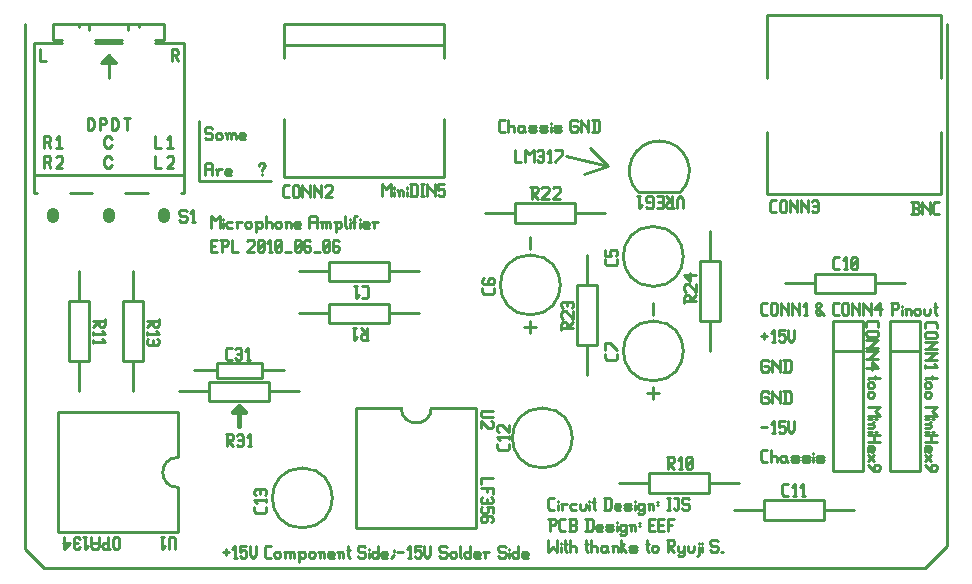
<source format=gbr>
G04 start of page 8 for group -4079 idx -4079 *
G04 Title: (unknown), topsilk *
G04 Creator: pcb 20110918 *
G04 CreationDate: Fri Dec 20 22:34:44 2013 UTC *
G04 For: fosse *
G04 Format: Gerber/RS-274X *
G04 PCB-Dimensions: 316500 193500 *
G04 PCB-Coordinate-Origin: lower left *
%MOIN*%
%FSLAX25Y25*%
%LNTOPSILK*%
%ADD81C,0.0400*%
%ADD80C,0.0160*%
%ADD79C,0.0110*%
%ADD78C,0.0100*%
G54D78*X62000Y135000D02*X86000D01*
X62000Y155000D02*Y135000D01*
G54D79*X10500Y6000D02*X304000D01*
X4000Y187500D02*Y12500D01*
X10500Y6000D01*
G54D80*X75500Y60000D02*X73500Y58000D01*
X75500Y60000D02*X77500Y58000D01*
X75500Y60000D02*Y53500D01*
X73500Y58000D02*X77500D01*
G54D79*X304000Y6000D02*X311500Y13500D01*
Y187500D01*
G54D78*X198500Y140000D02*X184500Y143500D01*
X198500Y140000D02*X192500Y146000D01*
X198500Y140000D02*X190500Y137500D01*
X156050Y36000D02*X160010D01*
X156050D02*Y34020D01*
Y32832D02*X160010D01*
Y30852D01*
X158030Y32832D02*Y31347D01*
X159515Y29664D02*X160010Y29169D01*
Y28179D01*
X159515Y27684D01*
X156545D02*X159515D01*
X156050Y28179D02*X156545Y27684D01*
X156050Y29169D02*Y28179D01*
X156545Y29664D02*X156050Y29169D01*
X158030D02*Y27684D01*
X160010Y26496D02*Y24516D01*
X158030Y26496D02*X160010D01*
X158030D02*X158525Y26001D01*
Y25011D01*
X158030Y24516D01*
X156545D02*X158030D01*
X156050Y25011D02*X156545Y24516D01*
X156050Y26001D02*Y25011D01*
X156545Y26496D02*X156050Y26001D01*
X160010Y21843D02*X159515Y21348D01*
X160010Y22833D02*Y21843D01*
X159515Y23328D02*X160010Y22833D01*
X156545Y23328D02*X159515D01*
X156545D02*X156050Y22833D01*
X158030Y21843D02*X157535Y21348D01*
X158030Y23328D02*Y21843D01*
X156050Y22833D02*Y21843D01*
X156545Y21348D01*
X157535D01*
X70000Y11530D02*X71980D01*
X70990Y12520D02*Y10540D01*
X73663Y9550D02*X74653D01*
X74158Y13510D02*Y9550D01*
X73168Y12520D02*X74158Y13510D01*
X75841D02*X77821D01*
X75841D02*Y11530D01*
X76336Y12025D01*
X77326D01*
X77821Y11530D01*
Y10045D01*
X77326Y9550D02*X77821Y10045D01*
X76336Y9550D02*X77326D01*
X75841Y10045D02*X76336Y9550D01*
X79009Y13510D02*Y10540D01*
X79999Y9550D01*
X80989Y10540D01*
Y13510D02*Y10540D01*
X84454Y9550D02*X85939D01*
X83959Y10045D02*X84454Y9550D01*
X83959Y13015D02*Y10045D01*
Y13015D02*X84454Y13510D01*
X85939D01*
X87127Y11035D02*Y10045D01*
Y11035D02*X87622Y11530D01*
X88612D01*
X89107Y11035D01*
Y10045D01*
X88612Y9550D02*X89107Y10045D01*
X87622Y9550D02*X88612D01*
X87127Y10045D02*X87622Y9550D01*
X90790Y11035D02*Y9550D01*
Y11035D02*X91285Y11530D01*
X91780D01*
X92275Y11035D01*
Y9550D01*
Y11035D02*X92770Y11530D01*
X93265D01*
X93760Y11035D01*
Y9550D01*
X90295Y11530D02*X90790Y11035D01*
X95443D02*Y8065D01*
X94948Y11530D02*X95443Y11035D01*
X95938Y11530D01*
X96928D01*
X97423Y11035D01*
Y10045D01*
X96928Y9550D02*X97423Y10045D01*
X95938Y9550D02*X96928D01*
X95443Y10045D02*X95938Y9550D01*
X98611Y11035D02*Y10045D01*
Y11035D02*X99106Y11530D01*
X100096D01*
X100591Y11035D01*
Y10045D01*
X100096Y9550D02*X100591Y10045D01*
X99106Y9550D02*X100096D01*
X98611Y10045D02*X99106Y9550D01*
X102274Y11035D02*Y9550D01*
Y11035D02*X102769Y11530D01*
X103264D01*
X103759Y11035D01*
Y9550D01*
X101779Y11530D02*X102274Y11035D01*
X105442Y9550D02*X106927D01*
X104947Y10045D02*X105442Y9550D01*
X104947Y11035D02*Y10045D01*
Y11035D02*X105442Y11530D01*
X106432D01*
X106927Y11035D01*
X104947Y10540D02*X106927D01*
Y11035D02*Y10540D01*
X108610Y11035D02*Y9550D01*
Y11035D02*X109105Y11530D01*
X109600D01*
X110095Y11035D01*
Y9550D01*
X108115Y11530D02*X108610Y11035D01*
X111778Y13510D02*Y10045D01*
X112273Y9550D01*
X111283Y12025D02*X112273D01*
X117025Y13510D02*X117520Y13015D01*
X115540Y13510D02*X117025D01*
X115045Y13015D02*X115540Y13510D01*
X115045Y13015D02*Y12025D01*
X115540Y11530D01*
X117025D01*
X117520Y11035D01*
Y10045D01*
X117025Y9550D02*X117520Y10045D01*
X115540Y9550D02*X117025D01*
X115045Y10045D02*X115540Y9550D01*
X118708Y12520D02*Y12025D01*
Y11035D02*Y9550D01*
X121678Y13510D02*Y9550D01*
X121183D02*X121678Y10045D01*
X120193Y9550D02*X121183D01*
X119698Y10045D02*X120193Y9550D01*
X119698Y11035D02*Y10045D01*
Y11035D02*X120193Y11530D01*
X121183D01*
X121678Y11035D01*
X123361Y9550D02*X124846D01*
X122866Y10045D02*X123361Y9550D01*
X122866Y11035D02*Y10045D01*
Y11035D02*X123361Y11530D01*
X124351D01*
X124846Y11035D01*
X122866Y10540D02*X124846D01*
Y11035D02*Y10540D01*
X126034Y9550D02*X127024Y10540D01*
Y12025D02*Y11530D01*
X128212D02*X130192D01*
X131875Y9550D02*X132865D01*
X132370Y13510D02*Y9550D01*
X131380Y12520D02*X132370Y13510D01*
X134053D02*X136033D01*
X134053D02*Y11530D01*
X134548Y12025D01*
X135538D01*
X136033Y11530D01*
Y10045D01*
X135538Y9550D02*X136033Y10045D01*
X134548Y9550D02*X135538D01*
X134053Y10045D02*X134548Y9550D01*
X137221Y13510D02*Y10540D01*
X138211Y9550D01*
X139201Y10540D01*
Y13510D02*Y10540D01*
X144151Y13510D02*X144646Y13015D01*
X142666Y13510D02*X144151D01*
X142171Y13015D02*X142666Y13510D01*
X142171Y13015D02*Y12025D01*
X142666Y11530D01*
X144151D01*
X144646Y11035D01*
Y10045D01*
X144151Y9550D02*X144646Y10045D01*
X142666Y9550D02*X144151D01*
X142171Y10045D02*X142666Y9550D01*
X145834Y11035D02*Y10045D01*
Y11035D02*X146329Y11530D01*
X147319D01*
X147814Y11035D01*
Y10045D01*
X147319Y9550D02*X147814Y10045D01*
X146329Y9550D02*X147319D01*
X145834Y10045D02*X146329Y9550D01*
X149002Y13510D02*Y10045D01*
X149497Y9550D01*
X152467Y13510D02*Y9550D01*
X151972D02*X152467Y10045D01*
X150982Y9550D02*X151972D01*
X150487Y10045D02*X150982Y9550D01*
X150487Y11035D02*Y10045D01*
Y11035D02*X150982Y11530D01*
X151972D01*
X152467Y11035D01*
X154150Y9550D02*X155635D01*
X153655Y10045D02*X154150Y9550D01*
X153655Y11035D02*Y10045D01*
Y11035D02*X154150Y11530D01*
X155140D01*
X155635Y11035D01*
X153655Y10540D02*X155635D01*
Y11035D02*Y10540D01*
X157318Y11035D02*Y9550D01*
Y11035D02*X157813Y11530D01*
X158803D01*
X156823D02*X157318Y11035D01*
X163753Y13510D02*X164248Y13015D01*
X162268Y13510D02*X163753D01*
X161773Y13015D02*X162268Y13510D01*
X161773Y13015D02*Y12025D01*
X162268Y11530D01*
X163753D01*
X164248Y11035D01*
Y10045D01*
X163753Y9550D02*X164248Y10045D01*
X162268Y9550D02*X163753D01*
X161773Y10045D02*X162268Y9550D01*
X165436Y12520D02*Y12025D01*
Y11035D02*Y9550D01*
X168406Y13510D02*Y9550D01*
X167911D02*X168406Y10045D01*
X166921Y9550D02*X167911D01*
X166426Y10045D02*X166921Y9550D01*
X166426Y11035D02*Y10045D01*
Y11035D02*X166921Y11530D01*
X167911D01*
X168406Y11035D01*
X170089Y9550D02*X171574D01*
X169594Y10045D02*X170089Y9550D01*
X169594Y11035D02*Y10045D01*
Y11035D02*X170089Y11530D01*
X171079D01*
X171574Y11035D01*
X169594Y10540D02*X171574D01*
Y11035D02*Y10540D01*
X35500Y15955D02*Y12985D01*
X35005Y12490D01*
X34015D02*X35005D01*
X34015D02*X33520Y12985D01*
Y15955D02*Y12985D01*
X34015Y16450D02*X33520Y15955D01*
X34015Y16450D02*X35005D01*
X35500Y15955D02*X35005Y16450D01*
X31837D02*Y12490D01*
X30352D02*X32332D01*
X30352D02*X29857Y12985D01*
Y13975D02*Y12985D01*
X30352Y14470D02*X29857Y13975D01*
X30352Y14470D02*X31837D01*
X28669Y16450D02*Y12985D01*
X28174Y12490D01*
X26689D02*X28174D01*
X26689D02*X26194Y12985D01*
Y16450D02*Y12985D01*
Y14470D02*X28669D01*
X23521Y16450D02*X24511D01*
X24016D02*Y12490D01*
X25006Y13480D02*X24016Y12490D01*
X22333Y12985D02*X21838Y12490D01*
X20848D02*X21838D01*
X20848D02*X20353Y12985D01*
Y15955D02*Y12985D01*
X20848Y16450D02*X20353Y15955D01*
X20848Y16450D02*X21838D01*
X22333Y15955D02*X21838Y16450D01*
X20353Y14470D02*X21838D01*
X19165D02*X17185Y12490D01*
X16690Y14470D02*X19165D01*
X17185Y16450D02*Y12490D01*
X178995Y25550D02*X180480D01*
X178500Y26045D02*X178995Y25550D01*
X178500Y29015D02*Y26045D01*
Y29015D02*X178995Y29510D01*
X180480D01*
X181668Y28520D02*Y28025D01*
Y27035D02*Y25550D01*
X183153Y27035D02*Y25550D01*
Y27035D02*X183648Y27530D01*
X184638D01*
X182658D02*X183153Y27035D01*
X186321Y27530D02*X187806D01*
X185826Y27035D02*X186321Y27530D01*
X185826Y27035D02*Y26045D01*
X186321Y25550D01*
X187806D01*
X188994Y27530D02*Y26045D01*
X189489Y25550D01*
X190479D01*
X190974Y26045D01*
Y27530D02*Y26045D01*
X192162Y28520D02*Y28025D01*
Y27035D02*Y25550D01*
X193647Y29510D02*Y26045D01*
X194142Y25550D01*
X193152Y28025D02*X194142D01*
X197409Y29510D02*Y25550D01*
X198894Y29510D02*X199389Y29015D01*
Y26045D01*
X198894Y25550D02*X199389Y26045D01*
X196914Y25550D02*X198894D01*
X196914Y29510D02*X198894D01*
X201072Y25550D02*X202557D01*
X200577Y26045D02*X201072Y25550D01*
X200577Y27035D02*Y26045D01*
Y27035D02*X201072Y27530D01*
X202062D01*
X202557Y27035D01*
X200577Y26540D02*X202557D01*
Y27035D02*Y26540D01*
X204240Y25550D02*X205725D01*
X206220Y26045D01*
X205725Y26540D02*X206220Y26045D01*
X204240Y26540D02*X205725D01*
X203745Y27035D02*X204240Y26540D01*
X203745Y27035D02*X204240Y27530D01*
X205725D01*
X206220Y27035D01*
X203745Y26045D02*X204240Y25550D01*
X207408Y28520D02*Y28025D01*
Y27035D02*Y25550D01*
X209883Y27530D02*X210378Y27035D01*
X208893Y27530D02*X209883D01*
X208398Y27035D02*X208893Y27530D01*
X208398Y27035D02*Y26045D01*
X208893Y25550D01*
X209883D01*
X210378Y26045D01*
X208398Y24560D02*X208893Y24065D01*
X209883D01*
X210378Y24560D01*
Y27530D02*Y24560D01*
X212061Y27035D02*Y25550D01*
Y27035D02*X212556Y27530D01*
X213051D01*
X213546Y27035D01*
Y25550D01*
X211566Y27530D02*X212061Y27035D01*
X214734Y28025D02*X215229D01*
X214734Y27035D02*X215229D01*
X218199Y29510D02*X219189D01*
X218694D02*Y25550D01*
X218199D02*X219189D01*
X220377Y29510D02*X221862D01*
Y26045D01*
X221367Y25550D02*X221862Y26045D01*
X220872Y25550D02*X221367D01*
X220377Y26045D02*X220872Y25550D01*
X225030Y29510D02*X225525Y29015D01*
X223545Y29510D02*X225030D01*
X223050Y29015D02*X223545Y29510D01*
X223050Y29015D02*Y28025D01*
X223545Y27530D01*
X225030D01*
X225525Y27035D01*
Y26045D01*
X225030Y25550D02*X225525Y26045D01*
X223545Y25550D02*X225030D01*
X223050Y26045D02*X223545Y25550D01*
X178995Y22510D02*Y18550D01*
X178500Y22510D02*X180480D01*
X180975Y22015D01*
Y21025D01*
X180480Y20530D02*X180975Y21025D01*
X178995Y20530D02*X180480D01*
X182658Y18550D02*X184143D01*
X182163Y19045D02*X182658Y18550D01*
X182163Y22015D02*Y19045D01*
Y22015D02*X182658Y22510D01*
X184143D01*
X185331Y18550D02*X187311D01*
X187806Y19045D01*
Y20035D02*Y19045D01*
X187311Y20530D02*X187806Y20035D01*
X185826Y20530D02*X187311D01*
X185826Y22510D02*Y18550D01*
X185331Y22510D02*X187311D01*
X187806Y22015D01*
Y21025D01*
X187311Y20530D02*X187806Y21025D01*
X191271Y22510D02*Y18550D01*
X192756Y22510D02*X193251Y22015D01*
Y19045D01*
X192756Y18550D02*X193251Y19045D01*
X190776Y18550D02*X192756D01*
X190776Y22510D02*X192756D01*
X194934Y18550D02*X196419D01*
X194439Y19045D02*X194934Y18550D01*
X194439Y20035D02*Y19045D01*
Y20035D02*X194934Y20530D01*
X195924D01*
X196419Y20035D01*
X194439Y19540D02*X196419D01*
Y20035D02*Y19540D01*
X198102Y18550D02*X199587D01*
X200082Y19045D01*
X199587Y19540D02*X200082Y19045D01*
X198102Y19540D02*X199587D01*
X197607Y20035D02*X198102Y19540D01*
X197607Y20035D02*X198102Y20530D01*
X199587D01*
X200082Y20035D01*
X197607Y19045D02*X198102Y18550D01*
X201270Y21520D02*Y21025D01*
Y20035D02*Y18550D01*
X203745Y20530D02*X204240Y20035D01*
X202755Y20530D02*X203745D01*
X202260Y20035D02*X202755Y20530D01*
X202260Y20035D02*Y19045D01*
X202755Y18550D01*
X203745D01*
X204240Y19045D01*
X202260Y17560D02*X202755Y17065D01*
X203745D01*
X204240Y17560D01*
Y20530D02*Y17560D01*
X205923Y20035D02*Y18550D01*
Y20035D02*X206418Y20530D01*
X206913D01*
X207408Y20035D01*
Y18550D01*
X205428Y20530D02*X205923Y20035D01*
X208596Y21025D02*X209091D01*
X208596Y20035D02*X209091D01*
X212061Y20530D02*X213546D01*
X212061Y18550D02*X214041D01*
X212061Y22510D02*Y18550D01*
Y22510D02*X214041D01*
X215229Y20530D02*X216714D01*
X215229Y18550D02*X217209D01*
X215229Y22510D02*Y18550D01*
Y22510D02*X217209D01*
X218397D02*Y18550D01*
Y22510D02*X220377D01*
X218397Y20530D02*X219882D01*
X178500Y15500D02*Y11500D01*
X180000Y13000D01*
X181500Y11500D01*
Y15500D02*Y11500D01*
X182700Y14500D02*Y14000D01*
Y13000D02*Y11500D01*
X184200Y15500D02*Y12000D01*
X184700Y11500D01*
X183700Y14000D02*X184700D01*
X185700Y15500D02*Y11500D01*
Y13000D02*X186200Y13500D01*
X187200D01*
X187700Y13000D01*
Y11500D01*
X191200Y15500D02*Y12000D01*
X191700Y11500D01*
X190700Y14000D02*X191700D01*
X192700Y15500D02*Y11500D01*
Y13000D02*X193200Y13500D01*
X194200D01*
X194700Y13000D01*
Y11500D01*
X197400Y13500D02*X197900Y13000D01*
X196400Y13500D02*X197400D01*
X195900Y13000D02*X196400Y13500D01*
X195900Y13000D02*Y12000D01*
X196400Y11500D01*
X197900Y13500D02*Y12000D01*
X198400Y11500D01*
X196400D02*X197400D01*
X197900Y12000D01*
X200100Y13000D02*Y11500D01*
Y13000D02*X200600Y13500D01*
X201100D01*
X201600Y13000D01*
Y11500D01*
X199600Y13500D02*X200100Y13000D01*
X202800Y15500D02*Y11500D01*
Y13000D02*X204300Y11500D01*
X202800Y13000D02*X203800Y14000D01*
X206000Y11500D02*X207500D01*
X208000Y12000D01*
X207500Y12500D02*X208000Y12000D01*
X206000Y12500D02*X207500D01*
X205500Y13000D02*X206000Y12500D01*
X205500Y13000D02*X206000Y13500D01*
X207500D01*
X208000Y13000D01*
X205500Y12000D02*X206000Y11500D01*
X211500Y15500D02*Y12000D01*
X212000Y11500D01*
X211000Y14000D02*X212000D01*
X213000Y13000D02*Y12000D01*
Y13000D02*X213500Y13500D01*
X214500D01*
X215000Y13000D01*
Y12000D01*
X214500Y11500D02*X215000Y12000D01*
X213500Y11500D02*X214500D01*
X213000Y12000D02*X213500Y11500D01*
X218000Y15500D02*X220000D01*
X220500Y15000D01*
Y14000D01*
X220000Y13500D02*X220500Y14000D01*
X218500Y13500D02*X220000D01*
X218500Y15500D02*Y11500D01*
Y13500D02*X220500Y11500D01*
X221700Y13500D02*Y12000D01*
X222200Y11500D01*
X223700Y13500D02*Y10500D01*
X223200Y10000D02*X223700Y10500D01*
X222200Y10000D02*X223200D01*
X221700Y10500D02*X222200Y10000D01*
Y11500D02*X223200D01*
X223700Y12000D01*
X224900Y13500D02*Y12000D01*
X225400Y11500D01*
X226400D01*
X226900Y12000D01*
Y13500D02*Y12000D01*
X228600Y14500D02*Y14000D01*
Y13000D02*Y10500D01*
X228100Y10000D02*X228600Y10500D01*
X229600Y14500D02*Y14000D01*
Y13000D02*Y11500D01*
X234400Y15500D02*X234900Y15000D01*
X232900Y15500D02*X234400D01*
X232400Y15000D02*X232900Y15500D01*
X232400Y15000D02*Y14000D01*
X232900Y13500D01*
X234400D01*
X234900Y13000D01*
Y12000D01*
X234400Y11500D02*X234900Y12000D01*
X232900Y11500D02*X234400D01*
X232400Y12000D02*X232900Y11500D01*
X236100D02*X236600D01*
X162495Y151550D02*X163980D01*
X162000Y152045D02*X162495Y151550D01*
X162000Y155015D02*Y152045D01*
Y155015D02*X162495Y155510D01*
X163980D01*
X165168D02*Y151550D01*
Y153035D02*X165663Y153530D01*
X166653D01*
X167148Y153035D01*
Y151550D01*
X169821Y153530D02*X170316Y153035D01*
X168831Y153530D02*X169821D01*
X168336Y153035D02*X168831Y153530D01*
X168336Y153035D02*Y152045D01*
X168831Y151550D01*
X170316Y153530D02*Y152045D01*
X170811Y151550D01*
X168831D02*X169821D01*
X170316Y152045D01*
X172494Y151550D02*X173979D01*
X174474Y152045D01*
X173979Y152540D02*X174474Y152045D01*
X172494Y152540D02*X173979D01*
X171999Y153035D02*X172494Y152540D01*
X171999Y153035D02*X172494Y153530D01*
X173979D01*
X174474Y153035D01*
X171999Y152045D02*X172494Y151550D01*
X176157D02*X177642D01*
X178137Y152045D01*
X177642Y152540D02*X178137Y152045D01*
X176157Y152540D02*X177642D01*
X175662Y153035D02*X176157Y152540D01*
X175662Y153035D02*X176157Y153530D01*
X177642D01*
X178137Y153035D01*
X175662Y152045D02*X176157Y151550D01*
X179325Y154520D02*Y154025D01*
Y153035D02*Y151550D01*
X180810D02*X182295D01*
X182790Y152045D01*
X182295Y152540D02*X182790Y152045D01*
X180810Y152540D02*X182295D01*
X180315Y153035D02*X180810Y152540D01*
X180315Y153035D02*X180810Y153530D01*
X182295D01*
X182790Y153035D01*
X180315Y152045D02*X180810Y151550D01*
X187740Y155510D02*X188235Y155015D01*
X186255Y155510D02*X187740D01*
X185760Y155015D02*X186255Y155510D01*
X185760Y155015D02*Y152045D01*
X186255Y151550D01*
X187740D01*
X188235Y152045D01*
Y153035D02*Y152045D01*
X187740Y153530D02*X188235Y153035D01*
X186750Y153530D02*X187740D01*
X189423Y155510D02*Y151550D01*
Y155510D02*Y155015D01*
X191898Y152540D01*
Y155510D02*Y151550D01*
X193581Y155510D02*Y151550D01*
X195066Y155510D02*X195561Y155015D01*
Y152045D01*
X195066Y151550D02*X195561Y152045D01*
X193086Y151550D02*X195066D01*
X193086Y155510D02*X195066D01*
X123000Y134010D02*Y130050D01*
Y134010D02*X124485Y132525D01*
X125970Y134010D01*
Y130050D01*
X127158Y133020D02*Y132525D01*
Y131535D02*Y130050D01*
X128643Y131535D02*Y130050D01*
Y131535D02*X129138Y132030D01*
X129633D01*
X130128Y131535D01*
Y130050D01*
X128148Y132030D02*X128643Y131535D01*
X131316Y133020D02*Y132525D01*
Y131535D02*Y130050D01*
X132801Y134010D02*Y130050D01*
X134286Y134010D02*X134781Y133515D01*
Y130545D01*
X134286Y130050D02*X134781Y130545D01*
X132306Y130050D02*X134286D01*
X132306Y134010D02*X134286D01*
X135969D02*X136959D01*
X136464D02*Y130050D01*
X135969D02*X136959D01*
X138147Y134010D02*Y130050D01*
Y134010D02*Y133515D01*
X140622Y131040D01*
Y134010D02*Y130050D01*
X141810Y134010D02*X143790D01*
X141810D02*Y132030D01*
X142305Y132525D01*
X143295D01*
X143790Y132030D01*
Y130545D01*
X143295Y130050D02*X143790Y130545D01*
X142305Y130050D02*X143295D01*
X141810Y130545D02*X142305Y130050D01*
X167500Y145510D02*Y141550D01*
X169480D01*
X170668Y145510D02*Y141550D01*
Y145510D02*X172153Y144025D01*
X173638Y145510D01*
Y141550D01*
X174826Y145015D02*X175321Y145510D01*
X176311D01*
X176806Y145015D01*
Y142045D01*
X176311Y141550D02*X176806Y142045D01*
X175321Y141550D02*X176311D01*
X174826Y142045D02*X175321Y141550D01*
Y143530D02*X176806D01*
X178489Y141550D02*X179479D01*
X178984Y145510D02*Y141550D01*
X177994Y144520D02*X178984Y145510D01*
X180667Y141550D02*X183142Y144025D01*
Y145510D02*Y144025D01*
X180667Y145510D02*X183142D01*
X64000Y140515D02*Y137050D01*
Y140515D02*X64495Y141010D01*
X65980D01*
X66475Y140515D01*
Y137050D01*
X64000Y139030D02*X66475D01*
X68158Y138535D02*Y137050D01*
Y138535D02*X68653Y139030D01*
X69643D01*
X67663D02*X68158Y138535D01*
X71326Y137050D02*X72811D01*
X70831Y137545D02*X71326Y137050D01*
X70831Y138535D02*Y137545D01*
Y138535D02*X71326Y139030D01*
X72316D01*
X72811Y138535D01*
X70831Y138040D02*X72811D01*
Y138535D02*Y138040D01*
X82990Y139030D02*Y138535D01*
Y137545D02*Y137050D01*
X82000Y140515D02*Y140020D01*
Y140515D02*X82495Y141010D01*
X83485D01*
X83980Y140515D01*
Y140020D01*
X82990Y139030D02*X83980Y140020D01*
X66000Y113500D02*X67500D01*
X66000Y111500D02*X68000D01*
X66000Y115500D02*Y111500D01*
Y115500D02*X68000D01*
X69700D02*Y111500D01*
X69200Y115500D02*X71200D01*
X71700Y115000D01*
Y114000D01*
X71200Y113500D02*X71700Y114000D01*
X69700Y113500D02*X71200D01*
X72900Y115500D02*Y111500D01*
X74900D01*
X77900Y115000D02*X78400Y115500D01*
X79900D01*
X80400Y115000D01*
Y114000D01*
X77900Y111500D02*X80400Y114000D01*
X77900Y111500D02*X80400D01*
X81600Y112000D02*X82100Y111500D01*
X81600Y115000D02*Y112000D01*
Y115000D02*X82100Y115500D01*
X83100D01*
X83600Y115000D01*
Y112000D01*
X83100Y111500D02*X83600Y112000D01*
X82100Y111500D02*X83100D01*
X81600Y112500D02*X83600Y114500D01*
X85300Y111500D02*X86300D01*
X85800Y115500D02*Y111500D01*
X84800Y114500D02*X85800Y115500D01*
X87500Y112000D02*X88000Y111500D01*
X87500Y115000D02*Y112000D01*
Y115000D02*X88000Y115500D01*
X89000D01*
X89500Y115000D01*
Y112000D01*
X89000Y111500D02*X89500Y112000D01*
X88000Y111500D02*X89000D01*
X87500Y112500D02*X89500Y114500D01*
X90700Y111500D02*X92700D01*
X93900Y112000D02*X94400Y111500D01*
X93900Y115000D02*Y112000D01*
Y115000D02*X94400Y115500D01*
X95400D01*
X95900Y115000D01*
Y112000D01*
X95400Y111500D02*X95900Y112000D01*
X94400Y111500D02*X95400D01*
X93900Y112500D02*X95900Y114500D01*
X98600Y115500D02*X99100Y115000D01*
X97600Y115500D02*X98600D01*
X97100Y115000D02*X97600Y115500D01*
X97100Y115000D02*Y112000D01*
X97600Y111500D01*
X98600Y113500D02*X99100Y113000D01*
X97100Y113500D02*X98600D01*
X97600Y111500D02*X98600D01*
X99100Y112000D01*
Y113000D02*Y112000D01*
X100300Y111500D02*X102300D01*
X103500Y112000D02*X104000Y111500D01*
X103500Y115000D02*Y112000D01*
Y115000D02*X104000Y115500D01*
X105000D01*
X105500Y115000D01*
Y112000D01*
X105000Y111500D02*X105500Y112000D01*
X104000Y111500D02*X105000D01*
X103500Y112500D02*X105500Y114500D01*
X108200Y115500D02*X108700Y115000D01*
X107200Y115500D02*X108200D01*
X106700Y115000D02*X107200Y115500D01*
X106700Y115000D02*Y112000D01*
X107200Y111500D01*
X108200Y113500D02*X108700Y113000D01*
X106700Y113500D02*X108200D01*
X107200Y111500D02*X108200D01*
X108700Y112000D01*
Y113000D02*Y112000D01*
X66000Y123510D02*Y119550D01*
Y123510D02*X67485Y122025D01*
X68970Y123510D01*
Y119550D01*
X70158Y122520D02*Y122025D01*
Y121035D02*Y119550D01*
X71643Y121530D02*X73128D01*
X71148Y121035D02*X71643Y121530D01*
X71148Y121035D02*Y120045D01*
X71643Y119550D01*
X73128D01*
X74811Y121035D02*Y119550D01*
Y121035D02*X75306Y121530D01*
X76296D01*
X74316D02*X74811Y121035D01*
X77484D02*Y120045D01*
Y121035D02*X77979Y121530D01*
X78969D01*
X79464Y121035D01*
Y120045D01*
X78969Y119550D02*X79464Y120045D01*
X77979Y119550D02*X78969D01*
X77484Y120045D02*X77979Y119550D01*
X81147Y121035D02*Y118065D01*
X80652Y121530D02*X81147Y121035D01*
X81642Y121530D01*
X82632D01*
X83127Y121035D01*
Y120045D01*
X82632Y119550D02*X83127Y120045D01*
X81642Y119550D02*X82632D01*
X81147Y120045D02*X81642Y119550D01*
X84315Y123510D02*Y119550D01*
Y121035D02*X84810Y121530D01*
X85800D01*
X86295Y121035D01*
Y119550D01*
X87483Y121035D02*Y120045D01*
Y121035D02*X87978Y121530D01*
X88968D01*
X89463Y121035D01*
Y120045D01*
X88968Y119550D02*X89463Y120045D01*
X87978Y119550D02*X88968D01*
X87483Y120045D02*X87978Y119550D01*
X91146Y121035D02*Y119550D01*
Y121035D02*X91641Y121530D01*
X92136D01*
X92631Y121035D01*
Y119550D01*
X90651Y121530D02*X91146Y121035D01*
X94314Y119550D02*X95799D01*
X93819Y120045D02*X94314Y119550D01*
X93819Y121035D02*Y120045D01*
Y121035D02*X94314Y121530D01*
X95304D01*
X95799Y121035D01*
X93819Y120540D02*X95799D01*
Y121035D02*Y120540D01*
X98769Y123015D02*Y119550D01*
Y123015D02*X99264Y123510D01*
X100749D01*
X101244Y123015D01*
Y119550D01*
X98769Y121530D02*X101244D01*
X102927Y121035D02*Y119550D01*
Y121035D02*X103422Y121530D01*
X103917D01*
X104412Y121035D01*
Y119550D01*
Y121035D02*X104907Y121530D01*
X105402D01*
X105897Y121035D01*
Y119550D01*
X102432Y121530D02*X102927Y121035D01*
X107580D02*Y118065D01*
X107085Y121530D02*X107580Y121035D01*
X108075Y121530D01*
X109065D01*
X109560Y121035D01*
Y120045D01*
X109065Y119550D02*X109560Y120045D01*
X108075Y119550D02*X109065D01*
X107580Y120045D02*X108075Y119550D01*
X110748Y123510D02*Y120045D01*
X111243Y119550D01*
X112233Y122520D02*Y122025D01*
Y121035D02*Y119550D01*
X113718Y123015D02*Y119550D01*
Y123015D02*X114213Y123510D01*
X114708D01*
X113223Y121530D02*X114213D01*
X115698Y122520D02*Y122025D01*
Y121035D02*Y119550D01*
X117183D02*X118668D01*
X116688Y120045D02*X117183Y119550D01*
X116688Y121035D02*Y120045D01*
Y121035D02*X117183Y121530D01*
X118173D01*
X118668Y121035D01*
X116688Y120540D02*X118668D01*
Y121035D02*Y120540D01*
X120351Y121035D02*Y119550D01*
Y121035D02*X120846Y121530D01*
X121836D01*
X119856D02*X120351Y121035D01*
X299500Y124050D02*X301480D01*
X301975Y124545D01*
Y125535D02*Y124545D01*
X301480Y126030D02*X301975Y125535D01*
X299995Y126030D02*X301480D01*
X299995Y128010D02*Y124050D01*
X299500Y128010D02*X301480D01*
X301975Y127515D01*
Y126525D01*
X301480Y126030D02*X301975Y126525D01*
X303163Y128010D02*Y124050D01*
Y128010D02*Y127515D01*
X305638Y125040D01*
Y128010D02*Y124050D01*
X307321D02*X308806D01*
X306826Y124545D02*X307321Y124050D01*
X306826Y127515D02*Y124545D01*
Y127515D02*X307321Y128010D01*
X308806D01*
X250000Y90500D02*X251500D01*
X249500Y91000D02*X250000Y90500D01*
X249500Y94000D02*Y91000D01*
Y94000D02*X250000Y94500D01*
X251500D01*
X252700Y94000D02*Y91000D01*
Y94000D02*X253200Y94500D01*
X254200D01*
X254700Y94000D01*
Y91000D01*
X254200Y90500D02*X254700Y91000D01*
X253200Y90500D02*X254200D01*
X252700Y91000D02*X253200Y90500D01*
X255900Y94500D02*Y90500D01*
Y94500D02*Y94000D01*
X258400Y91500D01*
Y94500D02*Y90500D01*
X259600Y94500D02*Y90500D01*
Y94500D02*Y94000D01*
X262100Y91500D01*
Y94500D02*Y90500D01*
X263800D02*X264800D01*
X264300Y94500D02*Y90500D01*
X263300Y93500D02*X264300Y94500D01*
X267800Y91000D02*X268300Y90500D01*
X267800Y94000D02*Y93000D01*
Y94000D02*X268300Y94500D01*
X267800Y92000D02*X269300Y93500D01*
X268300Y90500D02*X268800D01*
X269800Y91500D01*
X267800Y93000D02*X270300Y90500D01*
X268300Y94500D02*X268800D01*
X269300Y94000D01*
Y93500D01*
X267800Y92000D02*Y91000D01*
X273800Y90500D02*X275300D01*
X273300Y91000D02*X273800Y90500D01*
X273300Y94000D02*Y91000D01*
Y94000D02*X273800Y94500D01*
X275300D01*
X276500Y94000D02*Y91000D01*
Y94000D02*X277000Y94500D01*
X278000D01*
X278500Y94000D01*
Y91000D01*
X278000Y90500D02*X278500Y91000D01*
X277000Y90500D02*X278000D01*
X276500Y91000D02*X277000Y90500D01*
X279700Y94500D02*Y90500D01*
Y94500D02*Y94000D01*
X282200Y91500D01*
Y94500D02*Y90500D01*
X283400Y94500D02*Y90500D01*
Y94500D02*Y94000D01*
X285900Y91500D01*
Y94500D02*Y90500D01*
X287100Y92500D02*X289100Y94500D01*
X287100Y92500D02*X289600D01*
X289100Y94500D02*Y90500D01*
X293100Y94500D02*Y90500D01*
X292600Y94500D02*X294600D01*
X295100Y94000D01*
Y93000D01*
X294600Y92500D02*X295100Y93000D01*
X293100Y92500D02*X294600D01*
X296300Y93500D02*Y93000D01*
Y92000D02*Y90500D01*
X297800Y92000D02*Y90500D01*
Y92000D02*X298300Y92500D01*
X298800D01*
X299300Y92000D01*
Y90500D01*
X297300Y92500D02*X297800Y92000D01*
X300500D02*Y91000D01*
Y92000D02*X301000Y92500D01*
X302000D01*
X302500Y92000D01*
Y91000D01*
X302000Y90500D02*X302500Y91000D01*
X301000Y90500D02*X302000D01*
X300500Y91000D02*X301000Y90500D01*
X303700Y92500D02*Y91000D01*
X304200Y90500D01*
X305200D01*
X305700Y91000D01*
Y92500D02*Y91000D01*
X307400Y94500D02*Y91000D01*
X307900Y90500D01*
X306900Y93000D02*X307900D01*
X249500Y83530D02*X251480D01*
X250490Y84520D02*Y82540D01*
X253163Y81550D02*X254153D01*
X253658Y85510D02*Y81550D01*
X252668Y84520D02*X253658Y85510D01*
X255341D02*X257321D01*
X255341D02*Y83530D01*
X255836Y84025D01*
X256826D01*
X257321Y83530D01*
Y82045D01*
X256826Y81550D02*X257321Y82045D01*
X255836Y81550D02*X256826D01*
X255341Y82045D02*X255836Y81550D01*
X258509Y85510D02*Y82540D01*
X259499Y81550D01*
X260489Y82540D01*
Y85510D02*Y82540D01*
X251480Y75510D02*X251975Y75015D01*
X249995Y75510D02*X251480D01*
X249500Y75015D02*X249995Y75510D01*
X249500Y75015D02*Y72045D01*
X249995Y71550D01*
X251480D01*
X251975Y72045D01*
Y73035D02*Y72045D01*
X251480Y73530D02*X251975Y73035D01*
X250490Y73530D02*X251480D01*
X253163Y75510D02*Y71550D01*
Y75510D02*Y75015D01*
X255638Y72540D01*
Y75510D02*Y71550D01*
X257321Y75510D02*Y71550D01*
X258806Y75510D02*X259301Y75015D01*
Y72045D01*
X258806Y71550D02*X259301Y72045D01*
X256826Y71550D02*X258806D01*
X256826Y75510D02*X258806D01*
X251480Y65010D02*X251975Y64515D01*
X249995Y65010D02*X251480D01*
X249500Y64515D02*X249995Y65010D01*
X249500Y64515D02*Y61545D01*
X249995Y61050D01*
X251480D01*
X251975Y61545D01*
Y62535D02*Y61545D01*
X251480Y63030D02*X251975Y62535D01*
X250490Y63030D02*X251480D01*
X253163Y65010D02*Y61050D01*
Y65010D02*Y64515D01*
X255638Y62040D01*
Y65010D02*Y61050D01*
X257321Y65010D02*Y61050D01*
X258806Y65010D02*X259301Y64515D01*
Y61545D01*
X258806Y61050D02*X259301Y61545D01*
X256826Y61050D02*X258806D01*
X256826Y65010D02*X258806D01*
X304545Y69505D02*X308010D01*
X304545D02*X304050Y69010D01*
X306525Y70000D02*Y69010D01*
X304545Y68020D02*X305535D01*
X306030Y67525D01*
Y66535D01*
X305535Y66040D01*
X304545D02*X305535D01*
X304050Y66535D02*X304545Y66040D01*
X304050Y67525D02*Y66535D01*
X304545Y68020D02*X304050Y67525D01*
X304545Y64852D02*X305535D01*
X306030Y64357D01*
Y63367D01*
X305535Y62872D01*
X304545D02*X305535D01*
X304050Y63367D02*X304545Y62872D01*
X304050Y64357D02*Y63367D01*
X304545Y64852D02*X304050Y64357D01*
Y59902D02*X308010D01*
X306525Y58417D01*
X308010Y56932D01*
X304050D02*X308010D01*
X306525Y55744D02*X307020D01*
X304050D02*X305535D01*
X304050Y54259D02*X305535D01*
X306030Y53764D01*
Y53269D01*
X305535Y52774D01*
X304050D02*X305535D01*
X306030Y54754D02*X305535Y54259D01*
X306525Y51586D02*X307020D01*
X304050D02*X305535D01*
X304050Y50596D02*X308010D01*
X304050Y48121D02*X308010D01*
X306030Y50596D02*Y48121D01*
X304050Y46438D02*Y44953D01*
X304545Y46933D02*X304050Y46438D01*
X304545Y46933D02*X305535D01*
X306030Y46438D01*
Y45448D01*
X305535Y44953D01*
X305040Y46933D02*Y44953D01*
X305535D01*
X306030Y43765D02*X304050Y41785D01*
Y43765D02*X306030Y41785D01*
X304050Y40597D02*X306030Y38617D01*
X307515D01*
X308010Y39112D02*X307515Y38617D01*
X308010Y40102D02*Y39112D01*
X307515Y40597D02*X308010Y40102D01*
X306525Y40597D02*X307515D01*
X306525D02*X306030Y40102D01*
Y38617D01*
X285545Y69505D02*X289010D01*
X285545D02*X285050Y69010D01*
X287525Y70000D02*Y69010D01*
X285545Y68020D02*X286535D01*
X287030Y67525D01*
Y66535D01*
X286535Y66040D01*
X285545D02*X286535D01*
X285050Y66535D02*X285545Y66040D01*
X285050Y67525D02*Y66535D01*
X285545Y68020D02*X285050Y67525D01*
X285545Y64852D02*X286535D01*
X287030Y64357D01*
Y63367D01*
X286535Y62872D01*
X285545D02*X286535D01*
X285050Y63367D02*X285545Y62872D01*
X285050Y64357D02*Y63367D01*
X285545Y64852D02*X285050Y64357D01*
Y59902D02*X289010D01*
X287525Y58417D01*
X289010Y56932D01*
X285050D02*X289010D01*
X287525Y55744D02*X288020D01*
X285050D02*X286535D01*
X285050Y54259D02*X286535D01*
X287030Y53764D01*
Y53269D01*
X286535Y52774D01*
X285050D02*X286535D01*
X287030Y54754D02*X286535Y54259D01*
X287525Y51586D02*X288020D01*
X285050D02*X286535D01*
X285050Y50596D02*X289010D01*
X285050Y48121D02*X289010D01*
X287030Y50596D02*Y48121D01*
X285050Y46438D02*Y44953D01*
X285545Y46933D02*X285050Y46438D01*
X285545Y46933D02*X286535D01*
X287030Y46438D01*
Y45448D01*
X286535Y44953D01*
X286040Y46933D02*Y44953D01*
X286535D01*
X287030Y43765D02*X285050Y41785D01*
Y43765D02*X287030Y41785D01*
X285050Y40597D02*X287030Y38617D01*
X288515D01*
X289010Y39112D02*X288515Y38617D01*
X289010Y40102D02*Y39112D01*
X288515Y40597D02*X289010Y40102D01*
X287525Y40597D02*X288515D01*
X287525D02*X287030Y40102D01*
Y38617D01*
X249995Y41550D02*X251480D01*
X249500Y42045D02*X249995Y41550D01*
X249500Y45015D02*Y42045D01*
Y45015D02*X249995Y45510D01*
X251480D01*
X252668D02*Y41550D01*
Y43035D02*X253163Y43530D01*
X254153D01*
X254648Y43035D01*
Y41550D01*
X257321Y43530D02*X257816Y43035D01*
X256331Y43530D02*X257321D01*
X255836Y43035D02*X256331Y43530D01*
X255836Y43035D02*Y42045D01*
X256331Y41550D01*
X257816Y43530D02*Y42045D01*
X258311Y41550D01*
X256331D02*X257321D01*
X257816Y42045D01*
X259994Y41550D02*X261479D01*
X261974Y42045D01*
X261479Y42540D02*X261974Y42045D01*
X259994Y42540D02*X261479D01*
X259499Y43035D02*X259994Y42540D01*
X259499Y43035D02*X259994Y43530D01*
X261479D01*
X261974Y43035D01*
X259499Y42045D02*X259994Y41550D01*
X263657D02*X265142D01*
X265637Y42045D01*
X265142Y42540D02*X265637Y42045D01*
X263657Y42540D02*X265142D01*
X263162Y43035D02*X263657Y42540D01*
X263162Y43035D02*X263657Y43530D01*
X265142D01*
X265637Y43035D01*
X263162Y42045D02*X263657Y41550D01*
X266825Y44520D02*Y44025D01*
Y43035D02*Y41550D01*
X268310D02*X269795D01*
X270290Y42045D01*
X269795Y42540D02*X270290Y42045D01*
X268310Y42540D02*X269795D01*
X267815Y43035D02*X268310Y42540D01*
X267815Y43035D02*X268310Y43530D01*
X269795D01*
X270290Y43035D01*
X267815Y42045D02*X268310Y41550D01*
X249500Y53030D02*X251480D01*
X253163Y51050D02*X254153D01*
X253658Y55010D02*Y51050D01*
X252668Y54020D02*X253658Y55010D01*
X255341D02*X257321D01*
X255341D02*Y53030D01*
X255836Y53525D01*
X256826D01*
X257321Y53030D01*
Y51545D01*
X256826Y51050D02*X257321Y51545D01*
X255836Y51050D02*X256826D01*
X255341Y51545D02*X255836Y51050D01*
X258509Y55010D02*Y52040D01*
X259499Y51050D01*
X260489Y52040D01*
Y55010D02*Y52040D01*
X65980Y153010D02*X66475Y152515D01*
X64495Y153010D02*X65980D01*
X64000Y152515D02*X64495Y153010D01*
X64000Y152515D02*Y151525D01*
X64495Y151030D01*
X65980D01*
X66475Y150535D01*
Y149545D01*
X65980Y149050D02*X66475Y149545D01*
X64495Y149050D02*X65980D01*
X64000Y149545D02*X64495Y149050D01*
X67663Y150535D02*Y149545D01*
Y150535D02*X68158Y151030D01*
X69148D01*
X69643Y150535D01*
Y149545D01*
X69148Y149050D02*X69643Y149545D01*
X68158Y149050D02*X69148D01*
X67663Y149545D02*X68158Y149050D01*
X71326Y150535D02*Y149050D01*
Y150535D02*X71821Y151030D01*
X72316D01*
X72811Y150535D01*
Y149050D01*
Y150535D02*X73306Y151030D01*
X73801D01*
X74296Y150535D01*
Y149050D01*
X70831Y151030D02*X71326Y150535D01*
X75979Y149050D02*X77464D01*
X75484Y149545D02*X75979Y149050D01*
X75484Y150535D02*Y149545D01*
Y150535D02*X75979Y151030D01*
X76969D01*
X77464Y150535D01*
X75484Y150040D02*X77464D01*
Y150535D02*Y150040D01*
G54D81*X50500Y124000D02*Y123000D01*
G54D78*X57000Y131000D02*Y181000D01*
X42000Y186500D02*Y187500D01*
X8000Y131000D02*X7000D01*
X57000D02*X56000D01*
X19000D02*X26500D01*
X37500D02*X45000D01*
X25500Y185500D02*Y187500D01*
X22000Y186500D02*Y187500D01*
X7000Y181000D02*X16500D01*
X27500D02*X36500D01*
X57000D02*X47500D01*
X16500Y182000D02*X13500D01*
Y187500D01*
X50500D01*
Y182000D01*
X47500D01*
X36500D02*X27500D01*
X38500Y185500D02*Y187500D01*
G54D81*X13500Y124000D02*Y123000D01*
X32000Y124000D02*Y123000D01*
G54D78*X7000Y181000D02*Y131000D01*
Y137000D02*X57000D01*
X32000Y177000D02*Y169500D01*
Y177000D02*X29500Y174500D01*
X34500D01*
X32000Y177000D01*
Y176000D02*X33500Y174500D01*
X30500D02*X32000Y176000D01*
X25000Y156000D02*Y152000D01*
X26000D01*
X27000Y153000D01*
Y155000D01*
X26000Y156000D01*
X25000D01*
X29000Y152000D02*Y156000D01*
X30500D01*
X31000Y155500D01*
Y154500D01*
X30500Y154000D01*
X29500D01*
X35000Y155000D02*X34000Y156000D01*
X33000D01*
X12000Y150000D02*X12500Y149500D01*
Y148500D01*
X12000Y148000D01*
X11000D01*
X10500Y143500D02*X12000D01*
X12500Y143000D01*
Y142000D01*
X12000Y141500D01*
X11000D01*
X12000Y147500D02*X12500Y146000D01*
X12000Y141000D02*X12500Y139500D01*
X53000Y179000D02*Y175000D01*
Y179000D02*X54500D01*
X55000Y178500D01*
Y177500D01*
X54500Y177000D01*
X53500D01*
X54500Y176500D02*X55000Y175000D01*
X9000Y179000D02*Y175000D01*
X11000D01*
X16500Y143000D02*Y141500D01*
X10500Y143500D02*Y139500D01*
X14500Y146000D02*X16500D01*
X15500D02*Y150000D01*
X14500Y149000D01*
X47500Y139500D02*X49500D01*
X14500D02*X16500D01*
X52000Y143500D02*X53000D01*
X51500Y143000D02*X52000Y143500D01*
X53000D02*X53500Y143000D01*
Y141500D01*
X51500Y139500D01*
X53500D01*
X47500Y150000D02*Y146000D01*
X49500D01*
X51500D02*X53500D01*
X52500D02*Y150000D01*
X51500Y149000D01*
X47500Y143500D02*Y139500D01*
X16500Y141500D02*X14500Y139500D01*
Y143000D02*X15000Y143500D01*
X16000D02*X16500Y143000D01*
X15000Y143500D02*X16000D01*
X10500Y150000D02*Y146000D01*
Y150000D02*X12000D01*
X33000Y156000D02*Y152000D01*
X34000D01*
X35000Y153000D01*
Y155000D01*
X37000Y156000D02*X39000D01*
X38000D02*Y152000D01*
X30500Y142500D02*Y140500D01*
Y149000D02*Y147000D01*
X31500Y150000D02*X30500Y149000D01*
Y147000D02*X31500Y146000D01*
X32000D02*X33000Y147000D01*
X31500Y146000D02*X32000D01*
Y150000D02*X31500D01*
X33000Y142500D02*X32000Y143500D01*
X31500D01*
X30500Y142500D01*
Y140500D02*X31500Y139500D01*
X32000D02*X33000Y140500D01*
X31500Y139500D02*X32000D01*
X33000Y149000D02*X32000Y150000D01*
X15000Y58000D02*X55000D01*
X15000D02*Y18000D01*
X55000D01*
Y58000D02*Y43000D01*
Y33000D02*Y18000D01*
Y43000D02*G75*G03X55000Y33000I0J-5000D01*G01*
X96500Y19500D02*G75*G03X96500Y19500I0J10000D01*G01*
X40000Y105000D02*Y95000D01*
Y75000D02*Y65000D01*
X43300Y95000D02*Y75000D01*
X36700D02*X43300D01*
X36700Y95000D02*Y75000D01*
Y95000D02*X43300D01*
X68000Y74500D02*Y69500D01*
X83000D01*
Y74500D02*Y69500D01*
X68000Y74500D02*X83000D01*
Y72000D02*X90500D01*
X60500D02*X68000D01*
X22000Y105000D02*Y95000D01*
Y75000D02*Y65000D01*
X25300Y95000D02*Y75000D01*
X18700D02*X25300D01*
X18700Y95000D02*Y75000D01*
Y95000D02*X25300D01*
X55500Y65000D02*X65500D01*
X85500D02*X95500D01*
X65500Y68300D02*X85500D01*
Y61700D01*
X65500D02*X85500D01*
X65500Y68300D02*Y61700D01*
X191500Y80500D02*Y70500D01*
Y110500D02*Y100500D01*
X188200D02*Y80500D01*
Y100500D02*X194800D01*
Y80500D01*
X188200D02*X194800D01*
X172500Y88500D02*Y84500D01*
X170500Y86500D02*X174500D01*
X172500Y116500D02*Y112500D01*
Y90500D02*G75*G03X172500Y90500I0J10000D01*G01*
X176500Y39500D02*G75*G03X176500Y39500I0J10000D01*G01*
X309500Y190350D02*X251500D01*
X309500Y130650D02*Y151500D01*
X251500Y130650D02*X309500D01*
X251500Y190350D02*Y169500D01*
X309500Y190350D02*Y169500D01*
X251500Y130650D02*Y151500D01*
X309500Y189516D03*
X208500Y131500D02*X222500D01*
X222571Y131429D02*G75*G03X208429Y131429I-7071J7071D01*G01*
X90425Y180500D02*X143574D01*
X90425Y136406D02*Y155737D01*
Y187390D02*X143575D01*
Y136406D02*X90425D01*
Y187390D02*Y176052D01*
X143575Y187390D02*Y176052D01*
Y136406D02*Y155737D01*
X157500Y124500D02*X167500D01*
X187500D02*X197500D01*
X167500Y127800D02*X187500D01*
Y121200D01*
X167500D01*
Y127800D01*
X213500Y100000D02*G75*G03X213500Y100000I0J10000D01*G01*
X232500Y88500D02*Y78500D01*
Y118500D02*Y108500D01*
X229200D02*Y88500D01*
Y108500D02*X235800D01*
Y88500D01*
X229200D02*X235800D01*
X213500Y66500D02*Y62500D01*
X211500Y64500D02*X215500D01*
X213500Y94500D02*Y90500D01*
Y68500D02*G75*G03X213500Y68500I0J10000D01*G01*
X302500Y78500D02*Y88500D01*
X292500Y78500D02*X302500D01*
Y88500D02*X292500D01*
X302500Y38500D02*Y88500D01*
X292500Y38500D02*X302500D01*
X292500Y88500D02*Y38500D01*
X283500Y78500D02*Y88500D01*
X273500Y78500D02*X283500D01*
Y88500D02*X273500D01*
X283500Y38500D02*Y88500D01*
X273500Y38500D02*X283500D01*
X273500Y88500D02*Y38500D01*
X257500Y101000D02*X267500D01*
X287500D02*X297500D01*
X267500Y104300D02*X287500D01*
Y97700D01*
X267500D01*
Y104300D01*
X212000Y37800D02*Y31200D01*
X232000D01*
Y37800D02*Y31200D01*
X212000Y37800D02*X232000D01*
Y34500D02*X242000D01*
X202000D02*X212000D01*
X240500Y25500D02*X250500D01*
X270500D02*X280500D01*
X250500Y28800D02*X270500D01*
Y22200D01*
X250500D02*X270500D01*
X250500Y28800D02*Y22200D01*
X114500Y59500D02*Y19500D01*
X154500D01*
Y59500D01*
X114500D02*X129500D01*
X139500D02*X154500D01*
X129500D02*G75*G03X139500Y59500I5000J0D01*G01*
X125500Y105000D02*X135500D01*
X95500D02*X105500D01*
Y101700D02*X125500D01*
X105500Y108300D02*Y101700D01*
Y108300D02*X125500D01*
Y101700D01*
Y91000D02*X135500D01*
X95500D02*X105500D01*
Y87700D02*X125500D01*
X105500Y94300D02*Y87700D01*
Y94300D02*X125500D01*
Y87700D01*
X57500Y125500D02*X58000Y125000D01*
X56000Y125500D02*X57500D01*
X55500Y125000D02*X56000Y125500D01*
X55500Y125000D02*Y124000D01*
X56000Y123500D01*
X57500D01*
X58000Y123000D01*
Y122000D01*
X57500Y121500D02*X58000Y122000D01*
X56000Y121500D02*X57500D01*
X55500Y122000D02*X56000Y121500D01*
X59700D02*X60700D01*
X60200Y125500D02*Y121500D01*
X59200Y124500D02*X60200Y125500D01*
X90634Y129752D02*X92134D01*
X90134Y130252D02*X90634Y129752D01*
X90134Y133252D02*Y130252D01*
Y133252D02*X90634Y133752D01*
X92134D01*
X93334Y133252D02*Y130252D01*
Y133252D02*X93834Y133752D01*
X94834D01*
X95334Y133252D01*
Y130252D01*
X94834Y129752D02*X95334Y130252D01*
X93834Y129752D02*X94834D01*
X93334Y130252D02*X93834Y129752D01*
X96534Y133752D02*Y129752D01*
Y133752D02*Y133252D01*
X99034Y130752D01*
Y133752D02*Y129752D01*
X100234Y133752D02*Y129752D01*
Y133752D02*Y133252D01*
X102734Y130752D01*
Y133752D02*Y129752D01*
X103934Y133252D02*X104434Y133752D01*
X105934D01*
X106434Y133252D01*
Y132252D01*
X103934Y129752D02*X106434Y132252D01*
X103934Y129752D02*X106434D01*
X54000Y16000D02*Y12500D01*
Y16000D02*X53500Y16500D01*
X52500D02*X53500D01*
X52500D02*X52000Y16000D01*
Y12500D01*
X49300Y16500D02*X50300D01*
X49800D02*Y12500D01*
X50800Y13500D02*X49800Y12500D01*
X84500Y26500D02*Y25000D01*
X84000Y24500D02*X84500Y25000D01*
X81000Y24500D02*X84000D01*
X81000D02*X80500Y25000D01*
Y26500D02*Y25000D01*
X84500Y29200D02*Y28200D01*
X80500Y28700D02*X84500D01*
X81500Y27700D02*X80500Y28700D01*
X81000Y30400D02*X80500Y30900D01*
Y31900D02*Y30900D01*
Y31900D02*X81000Y32400D01*
X84000D01*
X84500Y31900D02*X84000Y32400D01*
X84500Y31900D02*Y30900D01*
X84000Y30400D02*X84500Y30900D01*
X82500Y32400D02*Y30900D01*
X48700Y89000D02*Y87000D01*
X48200Y86500D01*
X47200D02*X48200D01*
X46700Y87000D02*X47200Y86500D01*
X46700Y88500D02*Y87000D01*
X44700Y88500D02*X48700D01*
X46700D02*X44700Y86500D01*
Y84800D02*Y83800D01*
Y84300D02*X48700D01*
X47700Y85300D02*X48700Y84300D01*
X48200Y82600D02*X48700Y82100D01*
Y81100D01*
X48200Y80600D01*
X45200D02*X48200D01*
X44700Y81100D02*X45200Y80600D01*
X44700Y82100D02*Y81100D01*
X45200Y82600D02*X44700Y82100D01*
X46700D02*Y80600D01*
X71500Y75500D02*X73000D01*
X71000Y76000D02*X71500Y75500D01*
X71000Y79000D02*Y76000D01*
Y79000D02*X71500Y79500D01*
X73000D01*
X74200Y79000D02*X74700Y79500D01*
X75700D01*
X76200Y79000D01*
Y76000D01*
X75700Y75500D02*X76200Y76000D01*
X74700Y75500D02*X75700D01*
X74200Y76000D02*X74700Y75500D01*
Y77500D02*X76200D01*
X77900Y75500D02*X78900D01*
X78400Y79500D02*Y75500D01*
X77400Y78500D02*X78400Y79500D01*
X30700Y89000D02*Y87000D01*
X30200Y86500D01*
X29200D02*X30200D01*
X28700Y87000D02*X29200Y86500D01*
X28700Y88500D02*Y87000D01*
X26700Y88500D02*X30700D01*
X28700D02*X26700Y86500D01*
Y84800D02*Y83800D01*
Y84300D02*X30700D01*
X29700Y85300D02*X30700Y84300D01*
X26700Y82100D02*Y81100D01*
Y81600D02*X30700D01*
X29700Y82600D02*X30700Y81600D01*
X71000Y50700D02*X73000D01*
X73500Y50200D01*
Y49200D01*
X73000Y48700D02*X73500Y49200D01*
X71500Y48700D02*X73000D01*
X71500Y50700D02*Y46700D01*
Y48700D02*X73500Y46700D01*
X74700Y50200D02*X75200Y50700D01*
X76200D01*
X76700Y50200D01*
Y47200D01*
X76200Y46700D02*X76700Y47200D01*
X75200Y46700D02*X76200D01*
X74700Y47200D02*X75200Y46700D01*
Y48700D02*X76700D01*
X78400Y46700D02*X79400D01*
X78900Y50700D02*Y46700D01*
X77900Y49700D02*X78900Y50700D01*
X116500Y100300D02*X118000D01*
X118500Y99800D02*X118000Y100300D01*
X118500Y99800D02*Y96800D01*
X118000Y96300D01*
X116500D02*X118000D01*
X113800Y100300D02*X114800D01*
X114300D02*Y96300D01*
X115300Y97300D02*X114300Y96300D01*
X116500Y82300D02*X118500D01*
X116500D02*X116000Y82800D01*
Y83800D02*Y82800D01*
X116500Y84300D02*X116000Y83800D01*
X116500Y84300D02*X118000D01*
Y86300D02*Y82300D01*
Y84300D02*X116000Y86300D01*
X113300D02*X114300D01*
X113800D02*Y82300D01*
X114800Y83300D02*X113800Y82300D01*
X182800Y87500D02*Y85500D01*
Y87500D02*X183300Y88000D01*
X184300D01*
X184800Y87500D02*X184300Y88000D01*
X184800Y87500D02*Y86000D01*
X182800D02*X186800D01*
X184800D02*X186800Y88000D01*
X183300Y89200D02*X182800Y89700D01*
Y91200D02*Y89700D01*
Y91200D02*X183300Y91700D01*
X184300D01*
X186800Y89200D02*X184300Y91700D01*
X186800D02*Y89200D01*
X183300Y92900D02*X182800Y93400D01*
Y94400D02*Y93400D01*
Y94400D02*X183300Y94900D01*
X186300D01*
X186800Y94400D02*X186300Y94900D01*
X186800Y94400D02*Y93400D01*
X186300Y92900D02*X186800Y93400D01*
X184800Y94900D02*Y93400D01*
X160500Y99500D02*Y98000D01*
X160000Y97500D02*X160500Y98000D01*
X157000Y97500D02*X160000D01*
X157000D02*X156500Y98000D01*
Y99500D02*Y98000D01*
Y102200D02*X157000Y102700D01*
X156500Y102200D02*Y101200D01*
X157000Y100700D02*X156500Y101200D01*
X157000Y100700D02*X160000D01*
X160500Y101200D01*
X158500Y102200D02*X159000Y102700D01*
X158500Y102200D02*Y100700D01*
X160500Y102200D02*Y101200D01*
Y102200D02*X160000Y102700D01*
X159000D02*X160000D01*
X165500Y47500D02*Y46000D01*
X165000Y45500D02*X165500Y46000D01*
X162000Y45500D02*X165000D01*
X162000D02*X161500Y46000D01*
Y47500D02*Y46000D01*
X165500Y50200D02*Y49200D01*
X161500Y49700D02*X165500D01*
X162500Y48700D02*X161500Y49700D01*
X162000Y51400D02*X161500Y51900D01*
Y53400D02*Y51900D01*
Y53400D02*X162000Y53900D01*
X163000D01*
X165500Y51400D02*X163000Y53900D01*
X165500D02*Y51400D01*
X253037Y124690D02*X254537D01*
X252537Y125190D02*X253037Y124690D01*
X252537Y128190D02*Y125190D01*
Y128190D02*X253037Y128690D01*
X254537D01*
X255737Y128190D02*Y125190D01*
Y128190D02*X256237Y128690D01*
X257237D01*
X257737Y128190D01*
Y125190D01*
X257237Y124690D02*X257737Y125190D01*
X256237Y124690D02*X257237D01*
X255737Y125190D02*X256237Y124690D01*
X258937Y128690D02*Y124690D01*
Y128690D02*Y128190D01*
X261437Y125690D01*
Y128690D02*Y124690D01*
X262637Y128690D02*Y124690D01*
Y128690D02*Y128190D01*
X265137Y125690D01*
Y128690D02*Y124690D01*
X266337Y128190D02*X266837Y128690D01*
X267837D01*
X268337Y128190D01*
Y125190D01*
X267837Y124690D02*X268337Y125190D01*
X266837Y124690D02*X267837D01*
X266337Y125190D02*X266837Y124690D01*
Y126690D02*X268337D01*
X223500Y129000D02*Y126000D01*
Y129000D02*X222500Y130000D01*
X221500Y129000D01*
Y126000D01*
X218300D02*X220300D01*
X218300D02*X217800Y126500D01*
Y127500D02*Y126500D01*
X218300Y128000D02*X217800Y127500D01*
X218300Y128000D02*X219800D01*
Y130000D02*Y126000D01*
Y128000D02*X217800Y130000D01*
X215100Y128000D02*X216600D01*
X214600Y130000D02*X216600D01*
Y126000D01*
X214600D02*X216600D01*
X211400D02*X210900Y126500D01*
X211400Y126000D02*X212900D01*
X213400Y126500D02*X212900Y126000D01*
X213400Y129500D02*Y126500D01*
Y129500D02*X212900Y130000D01*
X211400D02*X212900D01*
X211400D02*X210900Y129500D01*
Y128500D01*
X211400Y128000D02*X210900Y128500D01*
X211400Y128000D02*X212400D01*
X208200Y130000D02*X209200D01*
X208700D02*Y126000D01*
X209700Y127000D02*X208700Y126000D01*
X172500Y133200D02*X174500D01*
X175000Y132700D01*
Y131700D01*
X174500Y131200D02*X175000Y131700D01*
X173000Y131200D02*X174500D01*
X173000Y133200D02*Y129200D01*
Y131200D02*X175000Y129200D01*
X176200Y132700D02*X176700Y133200D01*
X178200D01*
X178700Y132700D01*
Y131700D01*
X176200Y129200D02*X178700Y131700D01*
X176200Y129200D02*X178700D01*
X179900Y132700D02*X180400Y133200D01*
X181900D01*
X182400Y132700D01*
Y131700D01*
X179900Y129200D02*X182400Y131700D01*
X179900Y129200D02*X182400D01*
X201500Y109000D02*Y107500D01*
X201000Y107000D02*X201500Y107500D01*
X198000Y107000D02*X201000D01*
X198000D02*X197500Y107500D01*
Y109000D02*Y107500D01*
Y112200D02*Y110200D01*
X199500D01*
X199000Y110700D01*
Y111700D02*Y110700D01*
Y111700D02*X199500Y112200D01*
X201000D01*
X201500Y111700D02*X201000Y112200D01*
X201500Y111700D02*Y110700D01*
X201000Y110200D02*X201500Y110700D01*
X223800Y96500D02*Y94500D01*
Y96500D02*X224300Y97000D01*
X225300D01*
X225800Y96500D02*X225300Y97000D01*
X225800Y96500D02*Y95000D01*
X223800D02*X227800D01*
X225800D02*X227800Y97000D01*
X224300Y98200D02*X223800Y98700D01*
Y100200D02*Y98700D01*
Y100200D02*X224300Y100700D01*
X225300D01*
X227800Y98200D02*X225300Y100700D01*
X227800D02*Y98200D01*
X225800Y101900D02*X223800Y103900D01*
X225800Y104400D02*Y101900D01*
X223800Y103900D02*X227800D01*
X201500Y77500D02*Y76000D01*
X201000Y75500D02*X201500Y76000D01*
X198000Y75500D02*X201000D01*
X198000D02*X197500Y76000D01*
Y77500D02*Y76000D01*
X201500Y78700D02*X199000Y81200D01*
X197500D02*X199000D01*
X197500D02*Y78700D01*
X304000Y87500D02*Y86000D01*
X304500Y88000D02*X304000Y87500D01*
X304500Y88000D02*X307500D01*
X308000Y87500D01*
Y86000D01*
X304500Y84800D02*X307500D01*
X308000Y84300D01*
Y83300D01*
X307500Y82800D01*
X304500D02*X307500D01*
X304000Y83300D02*X304500Y82800D01*
X304000Y84300D02*Y83300D01*
X304500Y84800D02*X304000Y84300D01*
Y81600D02*X308000D01*
X307500D02*X308000D01*
X307500D02*X305000Y79100D01*
X304000D02*X308000D01*
X304000Y77900D02*X308000D01*
X307500D02*X308000D01*
X307500D02*X305000Y75400D01*
X304000D02*X308000D01*
X304000Y73700D02*Y72700D01*
Y73200D02*X308000D01*
X307000Y74200D02*X308000Y73200D01*
X284500Y88000D02*Y86500D01*
X285000Y88500D02*X284500Y88000D01*
X285000Y88500D02*X288000D01*
X288500Y88000D01*
Y86500D01*
X285000Y85300D02*X288000D01*
X288500Y84800D01*
Y83800D01*
X288000Y83300D01*
X285000D02*X288000D01*
X284500Y83800D02*X285000Y83300D01*
X284500Y84800D02*Y83800D01*
X285000Y85300D02*X284500Y84800D01*
Y82100D02*X288500D01*
X288000D02*X288500D01*
X288000D02*X285500Y79600D01*
X284500D02*X288500D01*
X284500Y78400D02*X288500D01*
X288000D02*X288500D01*
X288000D02*X285500Y75900D01*
X284500D02*X288500D01*
X286500Y74700D02*X288500Y72700D01*
X286500Y74700D02*Y72200D01*
X284500Y72700D02*X288500D01*
X274000Y105700D02*X275500D01*
X273500Y106200D02*X274000Y105700D01*
X273500Y109200D02*Y106200D01*
Y109200D02*X274000Y109700D01*
X275500D01*
X277200Y105700D02*X278200D01*
X277700Y109700D02*Y105700D01*
X276700Y108700D02*X277700Y109700D01*
X279400Y106200D02*X279900Y105700D01*
X279400Y109200D02*Y106200D01*
Y109200D02*X279900Y109700D01*
X280900D01*
X281400Y109200D01*
Y106200D01*
X280900Y105700D02*X281400Y106200D01*
X279900Y105700D02*X280900D01*
X279400Y106700D02*X281400Y108700D01*
X218000Y43200D02*X220000D01*
X220500Y42700D01*
Y41700D01*
X220000Y41200D02*X220500Y41700D01*
X218500Y41200D02*X220000D01*
X218500Y43200D02*Y39200D01*
Y41200D02*X220500Y39200D01*
X222200D02*X223200D01*
X222700Y43200D02*Y39200D01*
X221700Y42200D02*X222700Y43200D01*
X224400Y39700D02*X224900Y39200D01*
X224400Y42700D02*Y39700D01*
Y42700D02*X224900Y43200D01*
X225900D01*
X226400Y42700D01*
Y39700D01*
X225900Y39200D02*X226400Y39700D01*
X224900Y39200D02*X225900D01*
X224400Y40200D02*X226400Y42200D01*
X257000Y30200D02*X258500D01*
X256500Y30700D02*X257000Y30200D01*
X256500Y33700D02*Y30700D01*
Y33700D02*X257000Y34200D01*
X258500D01*
X260200Y30200D02*X261200D01*
X260700Y34200D02*Y30200D01*
X259700Y33200D02*X260700Y34200D01*
X262900Y30200D02*X263900D01*
X263400Y34200D02*Y30200D01*
X262400Y33200D02*X263400Y34200D01*
X156500Y58500D02*X160000D01*
X156500D02*X156000Y58000D01*
Y57000D01*
X156500Y56500D01*
X160000D01*
X159500Y55300D02*X160000Y54800D01*
Y53300D01*
X159500Y52800D01*
X158500D02*X159500D01*
X156000Y55300D02*X158500Y52800D01*
X156000Y55300D02*Y52800D01*
M02*

</source>
